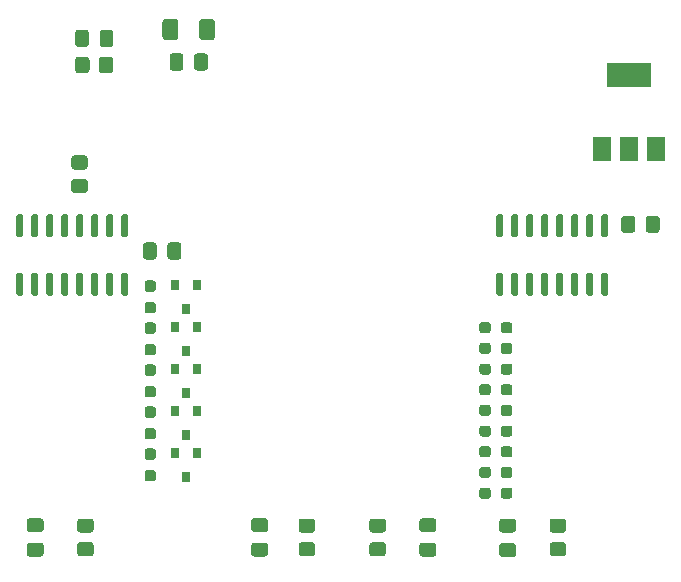
<source format=gbr>
%TF.GenerationSoftware,KiCad,Pcbnew,(5.1.10)-1*%
%TF.CreationDate,2021-10-03T21:55:55+02:00*%
%TF.ProjectId,KitchenTimer,4b697463-6865-46e5-9469-6d65722e6b69,rev?*%
%TF.SameCoordinates,Original*%
%TF.FileFunction,Paste,Bot*%
%TF.FilePolarity,Positive*%
%FSLAX46Y46*%
G04 Gerber Fmt 4.6, Leading zero omitted, Abs format (unit mm)*
G04 Created by KiCad (PCBNEW (5.1.10)-1) date 2021-10-03 21:55:55*
%MOMM*%
%LPD*%
G01*
G04 APERTURE LIST*
%ADD10R,3.800000X2.000000*%
%ADD11R,1.500000X2.000000*%
%ADD12R,0.800000X0.900000*%
G04 APERTURE END LIST*
%TO.C,R20*%
G36*
G01*
X63425000Y-45737500D02*
X63425000Y-45262500D01*
G75*
G02*
X63662500Y-45025000I237500J0D01*
G01*
X64162500Y-45025000D01*
G75*
G02*
X64400000Y-45262500I0J-237500D01*
G01*
X64400000Y-45737500D01*
G75*
G02*
X64162500Y-45975000I-237500J0D01*
G01*
X63662500Y-45975000D01*
G75*
G02*
X63425000Y-45737500I0J237500D01*
G01*
G37*
G36*
G01*
X61600000Y-45737500D02*
X61600000Y-45262500D01*
G75*
G02*
X61837500Y-45025000I237500J0D01*
G01*
X62337500Y-45025000D01*
G75*
G02*
X62575000Y-45262500I0J-237500D01*
G01*
X62575000Y-45737500D01*
G75*
G02*
X62337500Y-45975000I-237500J0D01*
G01*
X61837500Y-45975000D01*
G75*
G02*
X61600000Y-45737500I0J237500D01*
G01*
G37*
%TD*%
%TO.C,C3*%
G36*
G01*
X74800000Y-36275000D02*
X74800000Y-37225000D01*
G75*
G02*
X74550000Y-37475000I-250000J0D01*
G01*
X73875000Y-37475000D01*
G75*
G02*
X73625000Y-37225000I0J250000D01*
G01*
X73625000Y-36275000D01*
G75*
G02*
X73875000Y-36025000I250000J0D01*
G01*
X74550000Y-36025000D01*
G75*
G02*
X74800000Y-36275000I0J-250000D01*
G01*
G37*
G36*
G01*
X76875000Y-36275000D02*
X76875000Y-37225000D01*
G75*
G02*
X76625000Y-37475000I-250000J0D01*
G01*
X75950000Y-37475000D01*
G75*
G02*
X75700000Y-37225000I0J250000D01*
G01*
X75700000Y-36275000D01*
G75*
G02*
X75950000Y-36025000I250000J0D01*
G01*
X76625000Y-36025000D01*
G75*
G02*
X76875000Y-36275000I0J-250000D01*
G01*
G37*
%TD*%
%TO.C,C4*%
G36*
G01*
X34300000Y-38525000D02*
X34300000Y-39475000D01*
G75*
G02*
X34050000Y-39725000I-250000J0D01*
G01*
X33375000Y-39725000D01*
G75*
G02*
X33125000Y-39475000I0J250000D01*
G01*
X33125000Y-38525000D01*
G75*
G02*
X33375000Y-38275000I250000J0D01*
G01*
X34050000Y-38275000D01*
G75*
G02*
X34300000Y-38525000I0J-250000D01*
G01*
G37*
G36*
G01*
X36375000Y-38525000D02*
X36375000Y-39475000D01*
G75*
G02*
X36125000Y-39725000I-250000J0D01*
G01*
X35450000Y-39725000D01*
G75*
G02*
X35200000Y-39475000I0J250000D01*
G01*
X35200000Y-38525000D01*
G75*
G02*
X35450000Y-38275000I250000J0D01*
G01*
X36125000Y-38275000D01*
G75*
G02*
X36375000Y-38525000I0J-250000D01*
G01*
G37*
%TD*%
%TO.C,R1*%
G36*
G01*
X27299999Y-32900000D02*
X28200001Y-32900000D01*
G75*
G02*
X28450000Y-33149999I0J-249999D01*
G01*
X28450000Y-33850001D01*
G75*
G02*
X28200001Y-34100000I-249999J0D01*
G01*
X27299999Y-34100000D01*
G75*
G02*
X27050000Y-33850001I0J249999D01*
G01*
X27050000Y-33149999D01*
G75*
G02*
X27299999Y-32900000I249999J0D01*
G01*
G37*
G36*
G01*
X27299999Y-30900000D02*
X28200001Y-30900000D01*
G75*
G02*
X28450000Y-31149999I0J-249999D01*
G01*
X28450000Y-31850001D01*
G75*
G02*
X28200001Y-32100000I-249999J0D01*
G01*
X27299999Y-32100000D01*
G75*
G02*
X27050000Y-31850001I0J249999D01*
G01*
X27050000Y-31149999D01*
G75*
G02*
X27299999Y-30900000I249999J0D01*
G01*
G37*
%TD*%
%TO.C,R2*%
G36*
G01*
X29400000Y-23700001D02*
X29400000Y-22799999D01*
G75*
G02*
X29649999Y-22550000I249999J0D01*
G01*
X30350001Y-22550000D01*
G75*
G02*
X30600000Y-22799999I0J-249999D01*
G01*
X30600000Y-23700001D01*
G75*
G02*
X30350001Y-23950000I-249999J0D01*
G01*
X29649999Y-23950000D01*
G75*
G02*
X29400000Y-23700001I0J249999D01*
G01*
G37*
G36*
G01*
X27400000Y-23700001D02*
X27400000Y-22799999D01*
G75*
G02*
X27649999Y-22550000I249999J0D01*
G01*
X28350001Y-22550000D01*
G75*
G02*
X28600000Y-22799999I0J-249999D01*
G01*
X28600000Y-23700001D01*
G75*
G02*
X28350001Y-23950000I-249999J0D01*
G01*
X27649999Y-23950000D01*
G75*
G02*
X27400000Y-23700001I0J249999D01*
G01*
G37*
%TD*%
%TO.C,R5*%
G36*
G01*
X33506500Y-50425000D02*
X33981500Y-50425000D01*
G75*
G02*
X34219000Y-50662500I0J-237500D01*
G01*
X34219000Y-51162500D01*
G75*
G02*
X33981500Y-51400000I-237500J0D01*
G01*
X33506500Y-51400000D01*
G75*
G02*
X33269000Y-51162500I0J237500D01*
G01*
X33269000Y-50662500D01*
G75*
G02*
X33506500Y-50425000I237500J0D01*
G01*
G37*
G36*
G01*
X33506500Y-48600000D02*
X33981500Y-48600000D01*
G75*
G02*
X34219000Y-48837500I0J-237500D01*
G01*
X34219000Y-49337500D01*
G75*
G02*
X33981500Y-49575000I-237500J0D01*
G01*
X33506500Y-49575000D01*
G75*
G02*
X33269000Y-49337500I0J237500D01*
G01*
X33269000Y-48837500D01*
G75*
G02*
X33506500Y-48600000I237500J0D01*
G01*
G37*
%TD*%
%TO.C,R3*%
G36*
G01*
X33506500Y-43313000D02*
X33981500Y-43313000D01*
G75*
G02*
X34219000Y-43550500I0J-237500D01*
G01*
X34219000Y-44050500D01*
G75*
G02*
X33981500Y-44288000I-237500J0D01*
G01*
X33506500Y-44288000D01*
G75*
G02*
X33269000Y-44050500I0J237500D01*
G01*
X33269000Y-43550500D01*
G75*
G02*
X33506500Y-43313000I237500J0D01*
G01*
G37*
G36*
G01*
X33506500Y-41488000D02*
X33981500Y-41488000D01*
G75*
G02*
X34219000Y-41725500I0J-237500D01*
G01*
X34219000Y-42225500D01*
G75*
G02*
X33981500Y-42463000I-237500J0D01*
G01*
X33506500Y-42463000D01*
G75*
G02*
X33269000Y-42225500I0J237500D01*
G01*
X33269000Y-41725500D01*
G75*
G02*
X33506500Y-41488000I237500J0D01*
G01*
G37*
%TD*%
%TO.C,R4*%
G36*
G01*
X33506500Y-46869000D02*
X33981500Y-46869000D01*
G75*
G02*
X34219000Y-47106500I0J-237500D01*
G01*
X34219000Y-47606500D01*
G75*
G02*
X33981500Y-47844000I-237500J0D01*
G01*
X33506500Y-47844000D01*
G75*
G02*
X33269000Y-47606500I0J237500D01*
G01*
X33269000Y-47106500D01*
G75*
G02*
X33506500Y-46869000I237500J0D01*
G01*
G37*
G36*
G01*
X33506500Y-45044000D02*
X33981500Y-45044000D01*
G75*
G02*
X34219000Y-45281500I0J-237500D01*
G01*
X34219000Y-45781500D01*
G75*
G02*
X33981500Y-46019000I-237500J0D01*
G01*
X33506500Y-46019000D01*
G75*
G02*
X33269000Y-45781500I0J237500D01*
G01*
X33269000Y-45281500D01*
G75*
G02*
X33506500Y-45044000I237500J0D01*
G01*
G37*
%TD*%
%TO.C,U3*%
G36*
G01*
X31735000Y-42782000D02*
X31435000Y-42782000D01*
G75*
G02*
X31285000Y-42632000I0J150000D01*
G01*
X31285000Y-40982000D01*
G75*
G02*
X31435000Y-40832000I150000J0D01*
G01*
X31735000Y-40832000D01*
G75*
G02*
X31885000Y-40982000I0J-150000D01*
G01*
X31885000Y-42632000D01*
G75*
G02*
X31735000Y-42782000I-150000J0D01*
G01*
G37*
G36*
G01*
X30465000Y-42782000D02*
X30165000Y-42782000D01*
G75*
G02*
X30015000Y-42632000I0J150000D01*
G01*
X30015000Y-40982000D01*
G75*
G02*
X30165000Y-40832000I150000J0D01*
G01*
X30465000Y-40832000D01*
G75*
G02*
X30615000Y-40982000I0J-150000D01*
G01*
X30615000Y-42632000D01*
G75*
G02*
X30465000Y-42782000I-150000J0D01*
G01*
G37*
G36*
G01*
X29195000Y-42782000D02*
X28895000Y-42782000D01*
G75*
G02*
X28745000Y-42632000I0J150000D01*
G01*
X28745000Y-40982000D01*
G75*
G02*
X28895000Y-40832000I150000J0D01*
G01*
X29195000Y-40832000D01*
G75*
G02*
X29345000Y-40982000I0J-150000D01*
G01*
X29345000Y-42632000D01*
G75*
G02*
X29195000Y-42782000I-150000J0D01*
G01*
G37*
G36*
G01*
X27925000Y-42782000D02*
X27625000Y-42782000D01*
G75*
G02*
X27475000Y-42632000I0J150000D01*
G01*
X27475000Y-40982000D01*
G75*
G02*
X27625000Y-40832000I150000J0D01*
G01*
X27925000Y-40832000D01*
G75*
G02*
X28075000Y-40982000I0J-150000D01*
G01*
X28075000Y-42632000D01*
G75*
G02*
X27925000Y-42782000I-150000J0D01*
G01*
G37*
G36*
G01*
X26655000Y-42782000D02*
X26355000Y-42782000D01*
G75*
G02*
X26205000Y-42632000I0J150000D01*
G01*
X26205000Y-40982000D01*
G75*
G02*
X26355000Y-40832000I150000J0D01*
G01*
X26655000Y-40832000D01*
G75*
G02*
X26805000Y-40982000I0J-150000D01*
G01*
X26805000Y-42632000D01*
G75*
G02*
X26655000Y-42782000I-150000J0D01*
G01*
G37*
G36*
G01*
X25385000Y-42782000D02*
X25085000Y-42782000D01*
G75*
G02*
X24935000Y-42632000I0J150000D01*
G01*
X24935000Y-40982000D01*
G75*
G02*
X25085000Y-40832000I150000J0D01*
G01*
X25385000Y-40832000D01*
G75*
G02*
X25535000Y-40982000I0J-150000D01*
G01*
X25535000Y-42632000D01*
G75*
G02*
X25385000Y-42782000I-150000J0D01*
G01*
G37*
G36*
G01*
X24115000Y-42782000D02*
X23815000Y-42782000D01*
G75*
G02*
X23665000Y-42632000I0J150000D01*
G01*
X23665000Y-40982000D01*
G75*
G02*
X23815000Y-40832000I150000J0D01*
G01*
X24115000Y-40832000D01*
G75*
G02*
X24265000Y-40982000I0J-150000D01*
G01*
X24265000Y-42632000D01*
G75*
G02*
X24115000Y-42782000I-150000J0D01*
G01*
G37*
G36*
G01*
X22845000Y-42782000D02*
X22545000Y-42782000D01*
G75*
G02*
X22395000Y-42632000I0J150000D01*
G01*
X22395000Y-40982000D01*
G75*
G02*
X22545000Y-40832000I150000J0D01*
G01*
X22845000Y-40832000D01*
G75*
G02*
X22995000Y-40982000I0J-150000D01*
G01*
X22995000Y-42632000D01*
G75*
G02*
X22845000Y-42782000I-150000J0D01*
G01*
G37*
G36*
G01*
X22845000Y-37832000D02*
X22545000Y-37832000D01*
G75*
G02*
X22395000Y-37682000I0J150000D01*
G01*
X22395000Y-36032000D01*
G75*
G02*
X22545000Y-35882000I150000J0D01*
G01*
X22845000Y-35882000D01*
G75*
G02*
X22995000Y-36032000I0J-150000D01*
G01*
X22995000Y-37682000D01*
G75*
G02*
X22845000Y-37832000I-150000J0D01*
G01*
G37*
G36*
G01*
X24115000Y-37832000D02*
X23815000Y-37832000D01*
G75*
G02*
X23665000Y-37682000I0J150000D01*
G01*
X23665000Y-36032000D01*
G75*
G02*
X23815000Y-35882000I150000J0D01*
G01*
X24115000Y-35882000D01*
G75*
G02*
X24265000Y-36032000I0J-150000D01*
G01*
X24265000Y-37682000D01*
G75*
G02*
X24115000Y-37832000I-150000J0D01*
G01*
G37*
G36*
G01*
X25385000Y-37832000D02*
X25085000Y-37832000D01*
G75*
G02*
X24935000Y-37682000I0J150000D01*
G01*
X24935000Y-36032000D01*
G75*
G02*
X25085000Y-35882000I150000J0D01*
G01*
X25385000Y-35882000D01*
G75*
G02*
X25535000Y-36032000I0J-150000D01*
G01*
X25535000Y-37682000D01*
G75*
G02*
X25385000Y-37832000I-150000J0D01*
G01*
G37*
G36*
G01*
X26655000Y-37832000D02*
X26355000Y-37832000D01*
G75*
G02*
X26205000Y-37682000I0J150000D01*
G01*
X26205000Y-36032000D01*
G75*
G02*
X26355000Y-35882000I150000J0D01*
G01*
X26655000Y-35882000D01*
G75*
G02*
X26805000Y-36032000I0J-150000D01*
G01*
X26805000Y-37682000D01*
G75*
G02*
X26655000Y-37832000I-150000J0D01*
G01*
G37*
G36*
G01*
X27925000Y-37832000D02*
X27625000Y-37832000D01*
G75*
G02*
X27475000Y-37682000I0J150000D01*
G01*
X27475000Y-36032000D01*
G75*
G02*
X27625000Y-35882000I150000J0D01*
G01*
X27925000Y-35882000D01*
G75*
G02*
X28075000Y-36032000I0J-150000D01*
G01*
X28075000Y-37682000D01*
G75*
G02*
X27925000Y-37832000I-150000J0D01*
G01*
G37*
G36*
G01*
X29195000Y-37832000D02*
X28895000Y-37832000D01*
G75*
G02*
X28745000Y-37682000I0J150000D01*
G01*
X28745000Y-36032000D01*
G75*
G02*
X28895000Y-35882000I150000J0D01*
G01*
X29195000Y-35882000D01*
G75*
G02*
X29345000Y-36032000I0J-150000D01*
G01*
X29345000Y-37682000D01*
G75*
G02*
X29195000Y-37832000I-150000J0D01*
G01*
G37*
G36*
G01*
X30465000Y-37832000D02*
X30165000Y-37832000D01*
G75*
G02*
X30015000Y-37682000I0J150000D01*
G01*
X30015000Y-36032000D01*
G75*
G02*
X30165000Y-35882000I150000J0D01*
G01*
X30465000Y-35882000D01*
G75*
G02*
X30615000Y-36032000I0J-150000D01*
G01*
X30615000Y-37682000D01*
G75*
G02*
X30465000Y-37832000I-150000J0D01*
G01*
G37*
G36*
G01*
X31735000Y-37832000D02*
X31435000Y-37832000D01*
G75*
G02*
X31285000Y-37682000I0J150000D01*
G01*
X31285000Y-36032000D01*
G75*
G02*
X31435000Y-35882000I150000J0D01*
G01*
X31735000Y-35882000D01*
G75*
G02*
X31885000Y-36032000I0J-150000D01*
G01*
X31885000Y-37682000D01*
G75*
G02*
X31735000Y-37832000I-150000J0D01*
G01*
G37*
%TD*%
D10*
%TO.C,U4*%
X74250000Y-24100000D03*
D11*
X74250000Y-30400000D03*
X71950000Y-30400000D03*
X76550000Y-30400000D03*
%TD*%
%TO.C,R11*%
G36*
G01*
X47450001Y-64850000D02*
X46549999Y-64850000D01*
G75*
G02*
X46300000Y-64600001I0J249999D01*
G01*
X46300000Y-63899999D01*
G75*
G02*
X46549999Y-63650000I249999J0D01*
G01*
X47450001Y-63650000D01*
G75*
G02*
X47700000Y-63899999I0J-249999D01*
G01*
X47700000Y-64600001D01*
G75*
G02*
X47450001Y-64850000I-249999J0D01*
G01*
G37*
G36*
G01*
X47450001Y-62850000D02*
X46549999Y-62850000D01*
G75*
G02*
X46300000Y-62600001I0J249999D01*
G01*
X46300000Y-61899999D01*
G75*
G02*
X46549999Y-61650000I249999J0D01*
G01*
X47450001Y-61650000D01*
G75*
G02*
X47700000Y-61899999I0J-249999D01*
G01*
X47700000Y-62600001D01*
G75*
G02*
X47450001Y-62850000I-249999J0D01*
G01*
G37*
%TD*%
%TO.C,R10*%
G36*
G01*
X28700001Y-64850000D02*
X27799999Y-64850000D01*
G75*
G02*
X27550000Y-64600001I0J249999D01*
G01*
X27550000Y-63899999D01*
G75*
G02*
X27799999Y-63650000I249999J0D01*
G01*
X28700001Y-63650000D01*
G75*
G02*
X28950000Y-63899999I0J-249999D01*
G01*
X28950000Y-64600001D01*
G75*
G02*
X28700001Y-64850000I-249999J0D01*
G01*
G37*
G36*
G01*
X28700001Y-62850000D02*
X27799999Y-62850000D01*
G75*
G02*
X27550000Y-62600001I0J249999D01*
G01*
X27550000Y-61899999D01*
G75*
G02*
X27799999Y-61650000I249999J0D01*
G01*
X28700001Y-61650000D01*
G75*
G02*
X28950000Y-61899999I0J-249999D01*
G01*
X28950000Y-62600001D01*
G75*
G02*
X28700001Y-62850000I-249999J0D01*
G01*
G37*
%TD*%
%TO.C,R9*%
G36*
G01*
X68700001Y-64850000D02*
X67799999Y-64850000D01*
G75*
G02*
X67550000Y-64600001I0J249999D01*
G01*
X67550000Y-63899999D01*
G75*
G02*
X67799999Y-63650000I249999J0D01*
G01*
X68700001Y-63650000D01*
G75*
G02*
X68950000Y-63899999I0J-249999D01*
G01*
X68950000Y-64600001D01*
G75*
G02*
X68700001Y-64850000I-249999J0D01*
G01*
G37*
G36*
G01*
X68700001Y-62850000D02*
X67799999Y-62850000D01*
G75*
G02*
X67550000Y-62600001I0J249999D01*
G01*
X67550000Y-61899999D01*
G75*
G02*
X67799999Y-61650000I249999J0D01*
G01*
X68700001Y-61650000D01*
G75*
G02*
X68950000Y-61899999I0J-249999D01*
G01*
X68950000Y-62600001D01*
G75*
G02*
X68700001Y-62850000I-249999J0D01*
G01*
G37*
%TD*%
%TO.C,R8*%
G36*
G01*
X53450001Y-64850000D02*
X52549999Y-64850000D01*
G75*
G02*
X52300000Y-64600001I0J249999D01*
G01*
X52300000Y-63899999D01*
G75*
G02*
X52549999Y-63650000I249999J0D01*
G01*
X53450001Y-63650000D01*
G75*
G02*
X53700000Y-63899999I0J-249999D01*
G01*
X53700000Y-64600001D01*
G75*
G02*
X53450001Y-64850000I-249999J0D01*
G01*
G37*
G36*
G01*
X53450001Y-62850000D02*
X52549999Y-62850000D01*
G75*
G02*
X52300000Y-62600001I0J249999D01*
G01*
X52300000Y-61899999D01*
G75*
G02*
X52549999Y-61650000I249999J0D01*
G01*
X53450001Y-61650000D01*
G75*
G02*
X53700000Y-61899999I0J-249999D01*
G01*
X53700000Y-62600001D01*
G75*
G02*
X53450001Y-62850000I-249999J0D01*
G01*
G37*
%TD*%
D12*
%TO.C,Q3*%
X35842000Y-49000000D03*
X37742000Y-49000000D03*
X36792000Y-51000000D03*
%TD*%
%TO.C,R7*%
G36*
G01*
X33506500Y-52156000D02*
X33981500Y-52156000D01*
G75*
G02*
X34219000Y-52393500I0J-237500D01*
G01*
X34219000Y-52893500D01*
G75*
G02*
X33981500Y-53131000I-237500J0D01*
G01*
X33506500Y-53131000D01*
G75*
G02*
X33269000Y-52893500I0J237500D01*
G01*
X33269000Y-52393500D01*
G75*
G02*
X33506500Y-52156000I237500J0D01*
G01*
G37*
G36*
G01*
X33506500Y-53981000D02*
X33981500Y-53981000D01*
G75*
G02*
X34219000Y-54218500I0J-237500D01*
G01*
X34219000Y-54718500D01*
G75*
G02*
X33981500Y-54956000I-237500J0D01*
G01*
X33506500Y-54956000D01*
G75*
G02*
X33269000Y-54718500I0J237500D01*
G01*
X33269000Y-54218500D01*
G75*
G02*
X33506500Y-53981000I237500J0D01*
G01*
G37*
%TD*%
%TO.C,Q4*%
X35842000Y-56112000D03*
X37742000Y-56112000D03*
X36792000Y-58112000D03*
%TD*%
%TO.C,R6*%
G36*
G01*
X33506500Y-55712000D02*
X33981500Y-55712000D01*
G75*
G02*
X34219000Y-55949500I0J-237500D01*
G01*
X34219000Y-56449500D01*
G75*
G02*
X33981500Y-56687000I-237500J0D01*
G01*
X33506500Y-56687000D01*
G75*
G02*
X33269000Y-56449500I0J237500D01*
G01*
X33269000Y-55949500D01*
G75*
G02*
X33506500Y-55712000I237500J0D01*
G01*
G37*
G36*
G01*
X33506500Y-57537000D02*
X33981500Y-57537000D01*
G75*
G02*
X34219000Y-57774500I0J-237500D01*
G01*
X34219000Y-58274500D01*
G75*
G02*
X33981500Y-58512000I-237500J0D01*
G01*
X33506500Y-58512000D01*
G75*
G02*
X33269000Y-58274500I0J237500D01*
G01*
X33269000Y-57774500D01*
G75*
G02*
X33506500Y-57537000I237500J0D01*
G01*
G37*
%TD*%
%TO.C,R19*%
G36*
G01*
X61600000Y-56237500D02*
X61600000Y-55762500D01*
G75*
G02*
X61837500Y-55525000I237500J0D01*
G01*
X62337500Y-55525000D01*
G75*
G02*
X62575000Y-55762500I0J-237500D01*
G01*
X62575000Y-56237500D01*
G75*
G02*
X62337500Y-56475000I-237500J0D01*
G01*
X61837500Y-56475000D01*
G75*
G02*
X61600000Y-56237500I0J237500D01*
G01*
G37*
G36*
G01*
X63425000Y-56237500D02*
X63425000Y-55762500D01*
G75*
G02*
X63662500Y-55525000I237500J0D01*
G01*
X64162500Y-55525000D01*
G75*
G02*
X64400000Y-55762500I0J-237500D01*
G01*
X64400000Y-56237500D01*
G75*
G02*
X64162500Y-56475000I-237500J0D01*
G01*
X63662500Y-56475000D01*
G75*
G02*
X63425000Y-56237500I0J237500D01*
G01*
G37*
%TD*%
%TO.C,Q5*%
X35842000Y-52556000D03*
X37742000Y-52556000D03*
X36792000Y-54556000D03*
%TD*%
%TO.C,R18*%
G36*
G01*
X61600000Y-59737500D02*
X61600000Y-59262500D01*
G75*
G02*
X61837500Y-59025000I237500J0D01*
G01*
X62337500Y-59025000D01*
G75*
G02*
X62575000Y-59262500I0J-237500D01*
G01*
X62575000Y-59737500D01*
G75*
G02*
X62337500Y-59975000I-237500J0D01*
G01*
X61837500Y-59975000D01*
G75*
G02*
X61600000Y-59737500I0J237500D01*
G01*
G37*
G36*
G01*
X63425000Y-59737500D02*
X63425000Y-59262500D01*
G75*
G02*
X63662500Y-59025000I237500J0D01*
G01*
X64162500Y-59025000D01*
G75*
G02*
X64400000Y-59262500I0J-237500D01*
G01*
X64400000Y-59737500D01*
G75*
G02*
X64162500Y-59975000I-237500J0D01*
G01*
X63662500Y-59975000D01*
G75*
G02*
X63425000Y-59737500I0J237500D01*
G01*
G37*
%TD*%
%TO.C,R17*%
G36*
G01*
X61600000Y-49237500D02*
X61600000Y-48762500D01*
G75*
G02*
X61837500Y-48525000I237500J0D01*
G01*
X62337500Y-48525000D01*
G75*
G02*
X62575000Y-48762500I0J-237500D01*
G01*
X62575000Y-49237500D01*
G75*
G02*
X62337500Y-49475000I-237500J0D01*
G01*
X61837500Y-49475000D01*
G75*
G02*
X61600000Y-49237500I0J237500D01*
G01*
G37*
G36*
G01*
X63425000Y-49237500D02*
X63425000Y-48762500D01*
G75*
G02*
X63662500Y-48525000I237500J0D01*
G01*
X64162500Y-48525000D01*
G75*
G02*
X64400000Y-48762500I0J-237500D01*
G01*
X64400000Y-49237500D01*
G75*
G02*
X64162500Y-49475000I-237500J0D01*
G01*
X63662500Y-49475000D01*
G75*
G02*
X63425000Y-49237500I0J237500D01*
G01*
G37*
%TD*%
%TO.C,U2*%
G36*
G01*
X72375000Y-42782000D02*
X72075000Y-42782000D01*
G75*
G02*
X71925000Y-42632000I0J150000D01*
G01*
X71925000Y-40982000D01*
G75*
G02*
X72075000Y-40832000I150000J0D01*
G01*
X72375000Y-40832000D01*
G75*
G02*
X72525000Y-40982000I0J-150000D01*
G01*
X72525000Y-42632000D01*
G75*
G02*
X72375000Y-42782000I-150000J0D01*
G01*
G37*
G36*
G01*
X71105000Y-42782000D02*
X70805000Y-42782000D01*
G75*
G02*
X70655000Y-42632000I0J150000D01*
G01*
X70655000Y-40982000D01*
G75*
G02*
X70805000Y-40832000I150000J0D01*
G01*
X71105000Y-40832000D01*
G75*
G02*
X71255000Y-40982000I0J-150000D01*
G01*
X71255000Y-42632000D01*
G75*
G02*
X71105000Y-42782000I-150000J0D01*
G01*
G37*
G36*
G01*
X69835000Y-42782000D02*
X69535000Y-42782000D01*
G75*
G02*
X69385000Y-42632000I0J150000D01*
G01*
X69385000Y-40982000D01*
G75*
G02*
X69535000Y-40832000I150000J0D01*
G01*
X69835000Y-40832000D01*
G75*
G02*
X69985000Y-40982000I0J-150000D01*
G01*
X69985000Y-42632000D01*
G75*
G02*
X69835000Y-42782000I-150000J0D01*
G01*
G37*
G36*
G01*
X68565000Y-42782000D02*
X68265000Y-42782000D01*
G75*
G02*
X68115000Y-42632000I0J150000D01*
G01*
X68115000Y-40982000D01*
G75*
G02*
X68265000Y-40832000I150000J0D01*
G01*
X68565000Y-40832000D01*
G75*
G02*
X68715000Y-40982000I0J-150000D01*
G01*
X68715000Y-42632000D01*
G75*
G02*
X68565000Y-42782000I-150000J0D01*
G01*
G37*
G36*
G01*
X67295000Y-42782000D02*
X66995000Y-42782000D01*
G75*
G02*
X66845000Y-42632000I0J150000D01*
G01*
X66845000Y-40982000D01*
G75*
G02*
X66995000Y-40832000I150000J0D01*
G01*
X67295000Y-40832000D01*
G75*
G02*
X67445000Y-40982000I0J-150000D01*
G01*
X67445000Y-42632000D01*
G75*
G02*
X67295000Y-42782000I-150000J0D01*
G01*
G37*
G36*
G01*
X66025000Y-42782000D02*
X65725000Y-42782000D01*
G75*
G02*
X65575000Y-42632000I0J150000D01*
G01*
X65575000Y-40982000D01*
G75*
G02*
X65725000Y-40832000I150000J0D01*
G01*
X66025000Y-40832000D01*
G75*
G02*
X66175000Y-40982000I0J-150000D01*
G01*
X66175000Y-42632000D01*
G75*
G02*
X66025000Y-42782000I-150000J0D01*
G01*
G37*
G36*
G01*
X64755000Y-42782000D02*
X64455000Y-42782000D01*
G75*
G02*
X64305000Y-42632000I0J150000D01*
G01*
X64305000Y-40982000D01*
G75*
G02*
X64455000Y-40832000I150000J0D01*
G01*
X64755000Y-40832000D01*
G75*
G02*
X64905000Y-40982000I0J-150000D01*
G01*
X64905000Y-42632000D01*
G75*
G02*
X64755000Y-42782000I-150000J0D01*
G01*
G37*
G36*
G01*
X63485000Y-42782000D02*
X63185000Y-42782000D01*
G75*
G02*
X63035000Y-42632000I0J150000D01*
G01*
X63035000Y-40982000D01*
G75*
G02*
X63185000Y-40832000I150000J0D01*
G01*
X63485000Y-40832000D01*
G75*
G02*
X63635000Y-40982000I0J-150000D01*
G01*
X63635000Y-42632000D01*
G75*
G02*
X63485000Y-42782000I-150000J0D01*
G01*
G37*
G36*
G01*
X63485000Y-37832000D02*
X63185000Y-37832000D01*
G75*
G02*
X63035000Y-37682000I0J150000D01*
G01*
X63035000Y-36032000D01*
G75*
G02*
X63185000Y-35882000I150000J0D01*
G01*
X63485000Y-35882000D01*
G75*
G02*
X63635000Y-36032000I0J-150000D01*
G01*
X63635000Y-37682000D01*
G75*
G02*
X63485000Y-37832000I-150000J0D01*
G01*
G37*
G36*
G01*
X64755000Y-37832000D02*
X64455000Y-37832000D01*
G75*
G02*
X64305000Y-37682000I0J150000D01*
G01*
X64305000Y-36032000D01*
G75*
G02*
X64455000Y-35882000I150000J0D01*
G01*
X64755000Y-35882000D01*
G75*
G02*
X64905000Y-36032000I0J-150000D01*
G01*
X64905000Y-37682000D01*
G75*
G02*
X64755000Y-37832000I-150000J0D01*
G01*
G37*
G36*
G01*
X66025000Y-37832000D02*
X65725000Y-37832000D01*
G75*
G02*
X65575000Y-37682000I0J150000D01*
G01*
X65575000Y-36032000D01*
G75*
G02*
X65725000Y-35882000I150000J0D01*
G01*
X66025000Y-35882000D01*
G75*
G02*
X66175000Y-36032000I0J-150000D01*
G01*
X66175000Y-37682000D01*
G75*
G02*
X66025000Y-37832000I-150000J0D01*
G01*
G37*
G36*
G01*
X67295000Y-37832000D02*
X66995000Y-37832000D01*
G75*
G02*
X66845000Y-37682000I0J150000D01*
G01*
X66845000Y-36032000D01*
G75*
G02*
X66995000Y-35882000I150000J0D01*
G01*
X67295000Y-35882000D01*
G75*
G02*
X67445000Y-36032000I0J-150000D01*
G01*
X67445000Y-37682000D01*
G75*
G02*
X67295000Y-37832000I-150000J0D01*
G01*
G37*
G36*
G01*
X68565000Y-37832000D02*
X68265000Y-37832000D01*
G75*
G02*
X68115000Y-37682000I0J150000D01*
G01*
X68115000Y-36032000D01*
G75*
G02*
X68265000Y-35882000I150000J0D01*
G01*
X68565000Y-35882000D01*
G75*
G02*
X68715000Y-36032000I0J-150000D01*
G01*
X68715000Y-37682000D01*
G75*
G02*
X68565000Y-37832000I-150000J0D01*
G01*
G37*
G36*
G01*
X69835000Y-37832000D02*
X69535000Y-37832000D01*
G75*
G02*
X69385000Y-37682000I0J150000D01*
G01*
X69385000Y-36032000D01*
G75*
G02*
X69535000Y-35882000I150000J0D01*
G01*
X69835000Y-35882000D01*
G75*
G02*
X69985000Y-36032000I0J-150000D01*
G01*
X69985000Y-37682000D01*
G75*
G02*
X69835000Y-37832000I-150000J0D01*
G01*
G37*
G36*
G01*
X71105000Y-37832000D02*
X70805000Y-37832000D01*
G75*
G02*
X70655000Y-37682000I0J150000D01*
G01*
X70655000Y-36032000D01*
G75*
G02*
X70805000Y-35882000I150000J0D01*
G01*
X71105000Y-35882000D01*
G75*
G02*
X71255000Y-36032000I0J-150000D01*
G01*
X71255000Y-37682000D01*
G75*
G02*
X71105000Y-37832000I-150000J0D01*
G01*
G37*
G36*
G01*
X72375000Y-37832000D02*
X72075000Y-37832000D01*
G75*
G02*
X71925000Y-37682000I0J150000D01*
G01*
X71925000Y-36032000D01*
G75*
G02*
X72075000Y-35882000I150000J0D01*
G01*
X72375000Y-35882000D01*
G75*
G02*
X72525000Y-36032000I0J-150000D01*
G01*
X72525000Y-37682000D01*
G75*
G02*
X72375000Y-37832000I-150000J0D01*
G01*
G37*
%TD*%
%TO.C,Q2*%
X35842000Y-45444000D03*
X37742000Y-45444000D03*
X36792000Y-47444000D03*
%TD*%
%TO.C,Q1*%
X35842000Y-41888000D03*
X37742000Y-41888000D03*
X36792000Y-43888000D03*
%TD*%
%TO.C,C1*%
G36*
G01*
X37450000Y-23475000D02*
X37450000Y-22525000D01*
G75*
G02*
X37700000Y-22275000I250000J0D01*
G01*
X38375000Y-22275000D01*
G75*
G02*
X38625000Y-22525000I0J-250000D01*
G01*
X38625000Y-23475000D01*
G75*
G02*
X38375000Y-23725000I-250000J0D01*
G01*
X37700000Y-23725000D01*
G75*
G02*
X37450000Y-23475000I0J250000D01*
G01*
G37*
G36*
G01*
X35375000Y-23475000D02*
X35375000Y-22525000D01*
G75*
G02*
X35625000Y-22275000I250000J0D01*
G01*
X36300000Y-22275000D01*
G75*
G02*
X36550000Y-22525000I0J-250000D01*
G01*
X36550000Y-23475000D01*
G75*
G02*
X36300000Y-23725000I-250000J0D01*
G01*
X35625000Y-23725000D01*
G75*
G02*
X35375000Y-23475000I0J250000D01*
G01*
G37*
%TD*%
%TO.C,C11*%
G36*
G01*
X42525000Y-63700000D02*
X43475000Y-63700000D01*
G75*
G02*
X43725000Y-63950000I0J-250000D01*
G01*
X43725000Y-64625000D01*
G75*
G02*
X43475000Y-64875000I-250000J0D01*
G01*
X42525000Y-64875000D01*
G75*
G02*
X42275000Y-64625000I0J250000D01*
G01*
X42275000Y-63950000D01*
G75*
G02*
X42525000Y-63700000I250000J0D01*
G01*
G37*
G36*
G01*
X42525000Y-61625000D02*
X43475000Y-61625000D01*
G75*
G02*
X43725000Y-61875000I0J-250000D01*
G01*
X43725000Y-62550000D01*
G75*
G02*
X43475000Y-62800000I-250000J0D01*
G01*
X42525000Y-62800000D01*
G75*
G02*
X42275000Y-62550000I0J250000D01*
G01*
X42275000Y-61875000D01*
G75*
G02*
X42525000Y-61625000I250000J0D01*
G01*
G37*
%TD*%
%TO.C,C8*%
G36*
G01*
X23525000Y-63700000D02*
X24475000Y-63700000D01*
G75*
G02*
X24725000Y-63950000I0J-250000D01*
G01*
X24725000Y-64625000D01*
G75*
G02*
X24475000Y-64875000I-250000J0D01*
G01*
X23525000Y-64875000D01*
G75*
G02*
X23275000Y-64625000I0J250000D01*
G01*
X23275000Y-63950000D01*
G75*
G02*
X23525000Y-63700000I250000J0D01*
G01*
G37*
G36*
G01*
X23525000Y-61625000D02*
X24475000Y-61625000D01*
G75*
G02*
X24725000Y-61875000I0J-250000D01*
G01*
X24725000Y-62550000D01*
G75*
G02*
X24475000Y-62800000I-250000J0D01*
G01*
X23525000Y-62800000D01*
G75*
G02*
X23275000Y-62550000I0J250000D01*
G01*
X23275000Y-61875000D01*
G75*
G02*
X23525000Y-61625000I250000J0D01*
G01*
G37*
%TD*%
%TO.C,C7*%
G36*
G01*
X63525000Y-63737500D02*
X64475000Y-63737500D01*
G75*
G02*
X64725000Y-63987500I0J-250000D01*
G01*
X64725000Y-64662500D01*
G75*
G02*
X64475000Y-64912500I-250000J0D01*
G01*
X63525000Y-64912500D01*
G75*
G02*
X63275000Y-64662500I0J250000D01*
G01*
X63275000Y-63987500D01*
G75*
G02*
X63525000Y-63737500I250000J0D01*
G01*
G37*
G36*
G01*
X63525000Y-61662500D02*
X64475000Y-61662500D01*
G75*
G02*
X64725000Y-61912500I0J-250000D01*
G01*
X64725000Y-62587500D01*
G75*
G02*
X64475000Y-62837500I-250000J0D01*
G01*
X63525000Y-62837500D01*
G75*
G02*
X63275000Y-62587500I0J250000D01*
G01*
X63275000Y-61912500D01*
G75*
G02*
X63525000Y-61662500I250000J0D01*
G01*
G37*
%TD*%
%TO.C,C6*%
G36*
G01*
X56775000Y-63700000D02*
X57725000Y-63700000D01*
G75*
G02*
X57975000Y-63950000I0J-250000D01*
G01*
X57975000Y-64625000D01*
G75*
G02*
X57725000Y-64875000I-250000J0D01*
G01*
X56775000Y-64875000D01*
G75*
G02*
X56525000Y-64625000I0J250000D01*
G01*
X56525000Y-63950000D01*
G75*
G02*
X56775000Y-63700000I250000J0D01*
G01*
G37*
G36*
G01*
X56775000Y-61625000D02*
X57725000Y-61625000D01*
G75*
G02*
X57975000Y-61875000I0J-250000D01*
G01*
X57975000Y-62550000D01*
G75*
G02*
X57725000Y-62800000I-250000J0D01*
G01*
X56775000Y-62800000D01*
G75*
G02*
X56525000Y-62550000I0J250000D01*
G01*
X56525000Y-61875000D01*
G75*
G02*
X56775000Y-61625000I250000J0D01*
G01*
G37*
%TD*%
%TO.C,C5*%
G36*
G01*
X30625000Y-20525000D02*
X30625000Y-21475000D01*
G75*
G02*
X30375000Y-21725000I-250000J0D01*
G01*
X29700000Y-21725000D01*
G75*
G02*
X29450000Y-21475000I0J250000D01*
G01*
X29450000Y-20525000D01*
G75*
G02*
X29700000Y-20275000I250000J0D01*
G01*
X30375000Y-20275000D01*
G75*
G02*
X30625000Y-20525000I0J-250000D01*
G01*
G37*
G36*
G01*
X28550000Y-20525000D02*
X28550000Y-21475000D01*
G75*
G02*
X28300000Y-21725000I-250000J0D01*
G01*
X27625000Y-21725000D01*
G75*
G02*
X27375000Y-21475000I0J250000D01*
G01*
X27375000Y-20525000D01*
G75*
G02*
X27625000Y-20275000I250000J0D01*
G01*
X28300000Y-20275000D01*
G75*
G02*
X28550000Y-20525000I0J-250000D01*
G01*
G37*
%TD*%
%TO.C,R15*%
G36*
G01*
X61600000Y-54487500D02*
X61600000Y-54012500D01*
G75*
G02*
X61837500Y-53775000I237500J0D01*
G01*
X62337500Y-53775000D01*
G75*
G02*
X62575000Y-54012500I0J-237500D01*
G01*
X62575000Y-54487500D01*
G75*
G02*
X62337500Y-54725000I-237500J0D01*
G01*
X61837500Y-54725000D01*
G75*
G02*
X61600000Y-54487500I0J237500D01*
G01*
G37*
G36*
G01*
X63425000Y-54487500D02*
X63425000Y-54012500D01*
G75*
G02*
X63662500Y-53775000I237500J0D01*
G01*
X64162500Y-53775000D01*
G75*
G02*
X64400000Y-54012500I0J-237500D01*
G01*
X64400000Y-54487500D01*
G75*
G02*
X64162500Y-54725000I-237500J0D01*
G01*
X63662500Y-54725000D01*
G75*
G02*
X63425000Y-54487500I0J237500D01*
G01*
G37*
%TD*%
%TO.C,R16*%
G36*
G01*
X61600000Y-52737500D02*
X61600000Y-52262500D01*
G75*
G02*
X61837500Y-52025000I237500J0D01*
G01*
X62337500Y-52025000D01*
G75*
G02*
X62575000Y-52262500I0J-237500D01*
G01*
X62575000Y-52737500D01*
G75*
G02*
X62337500Y-52975000I-237500J0D01*
G01*
X61837500Y-52975000D01*
G75*
G02*
X61600000Y-52737500I0J237500D01*
G01*
G37*
G36*
G01*
X63425000Y-52737500D02*
X63425000Y-52262500D01*
G75*
G02*
X63662500Y-52025000I237500J0D01*
G01*
X64162500Y-52025000D01*
G75*
G02*
X64400000Y-52262500I0J-237500D01*
G01*
X64400000Y-52737500D01*
G75*
G02*
X64162500Y-52975000I-237500J0D01*
G01*
X63662500Y-52975000D01*
G75*
G02*
X63425000Y-52737500I0J237500D01*
G01*
G37*
%TD*%
%TO.C,R13*%
G36*
G01*
X61600000Y-47487500D02*
X61600000Y-47012500D01*
G75*
G02*
X61837500Y-46775000I237500J0D01*
G01*
X62337500Y-46775000D01*
G75*
G02*
X62575000Y-47012500I0J-237500D01*
G01*
X62575000Y-47487500D01*
G75*
G02*
X62337500Y-47725000I-237500J0D01*
G01*
X61837500Y-47725000D01*
G75*
G02*
X61600000Y-47487500I0J237500D01*
G01*
G37*
G36*
G01*
X63425000Y-47487500D02*
X63425000Y-47012500D01*
G75*
G02*
X63662500Y-46775000I237500J0D01*
G01*
X64162500Y-46775000D01*
G75*
G02*
X64400000Y-47012500I0J-237500D01*
G01*
X64400000Y-47487500D01*
G75*
G02*
X64162500Y-47725000I-237500J0D01*
G01*
X63662500Y-47725000D01*
G75*
G02*
X63425000Y-47487500I0J237500D01*
G01*
G37*
%TD*%
%TO.C,R14*%
G36*
G01*
X61600000Y-57987500D02*
X61600000Y-57512500D01*
G75*
G02*
X61837500Y-57275000I237500J0D01*
G01*
X62337500Y-57275000D01*
G75*
G02*
X62575000Y-57512500I0J-237500D01*
G01*
X62575000Y-57987500D01*
G75*
G02*
X62337500Y-58225000I-237500J0D01*
G01*
X61837500Y-58225000D01*
G75*
G02*
X61600000Y-57987500I0J237500D01*
G01*
G37*
G36*
G01*
X63425000Y-57987500D02*
X63425000Y-57512500D01*
G75*
G02*
X63662500Y-57275000I237500J0D01*
G01*
X64162500Y-57275000D01*
G75*
G02*
X64400000Y-57512500I0J-237500D01*
G01*
X64400000Y-57987500D01*
G75*
G02*
X64162500Y-58225000I-237500J0D01*
G01*
X63662500Y-58225000D01*
G75*
G02*
X63425000Y-57987500I0J237500D01*
G01*
G37*
%TD*%
%TO.C,R12*%
G36*
G01*
X61600000Y-50987500D02*
X61600000Y-50512500D01*
G75*
G02*
X61837500Y-50275000I237500J0D01*
G01*
X62337500Y-50275000D01*
G75*
G02*
X62575000Y-50512500I0J-237500D01*
G01*
X62575000Y-50987500D01*
G75*
G02*
X62337500Y-51225000I-237500J0D01*
G01*
X61837500Y-51225000D01*
G75*
G02*
X61600000Y-50987500I0J237500D01*
G01*
G37*
G36*
G01*
X63425000Y-50987500D02*
X63425000Y-50512500D01*
G75*
G02*
X63662500Y-50275000I237500J0D01*
G01*
X64162500Y-50275000D01*
G75*
G02*
X64400000Y-50512500I0J-237500D01*
G01*
X64400000Y-50987500D01*
G75*
G02*
X64162500Y-51225000I-237500J0D01*
G01*
X63662500Y-51225000D01*
G75*
G02*
X63425000Y-50987500I0J237500D01*
G01*
G37*
%TD*%
%TO.C,C2*%
G36*
G01*
X36100000Y-19599998D02*
X36100000Y-20900002D01*
G75*
G02*
X35850002Y-21150000I-249998J0D01*
G01*
X35024998Y-21150000D01*
G75*
G02*
X34775000Y-20900002I0J249998D01*
G01*
X34775000Y-19599998D01*
G75*
G02*
X35024998Y-19350000I249998J0D01*
G01*
X35850002Y-19350000D01*
G75*
G02*
X36100000Y-19599998I0J-249998D01*
G01*
G37*
G36*
G01*
X39225000Y-19599998D02*
X39225000Y-20900002D01*
G75*
G02*
X38975002Y-21150000I-249998J0D01*
G01*
X38149998Y-21150000D01*
G75*
G02*
X37900000Y-20900002I0J249998D01*
G01*
X37900000Y-19599998D01*
G75*
G02*
X38149998Y-19350000I249998J0D01*
G01*
X38975002Y-19350000D01*
G75*
G02*
X39225000Y-19599998I0J-249998D01*
G01*
G37*
%TD*%
M02*

</source>
